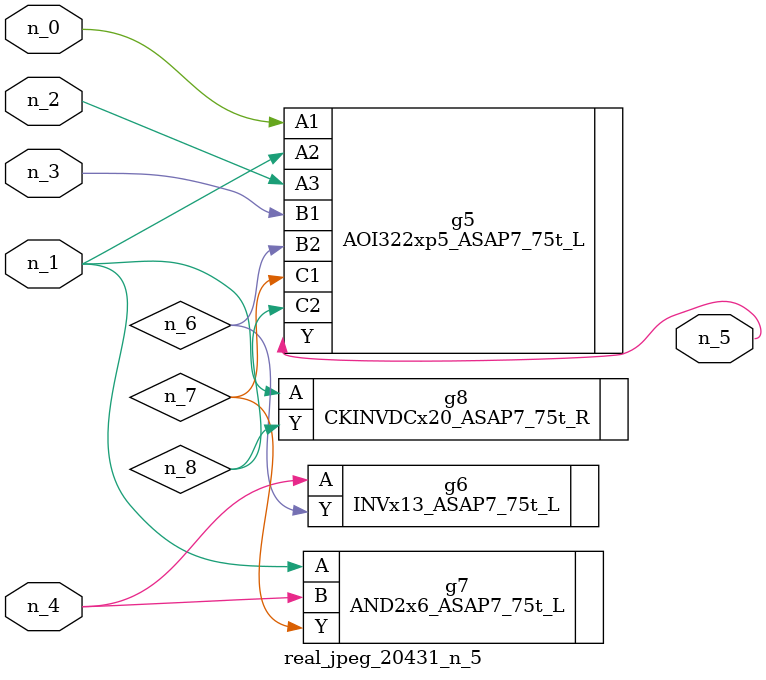
<source format=v>
module real_jpeg_20431_n_5 (n_4, n_0, n_1, n_2, n_3, n_5);

input n_4;
input n_0;
input n_1;
input n_2;
input n_3;

output n_5;

wire n_8;
wire n_6;
wire n_7;

AOI322xp5_ASAP7_75t_L g5 ( 
.A1(n_0),
.A2(n_1),
.A3(n_2),
.B1(n_3),
.B2(n_6),
.C1(n_7),
.C2(n_8),
.Y(n_5)
);

AND2x6_ASAP7_75t_L g7 ( 
.A(n_1),
.B(n_4),
.Y(n_7)
);

CKINVDCx20_ASAP7_75t_R g8 ( 
.A(n_1),
.Y(n_8)
);

INVx13_ASAP7_75t_L g6 ( 
.A(n_4),
.Y(n_6)
);


endmodule
</source>
